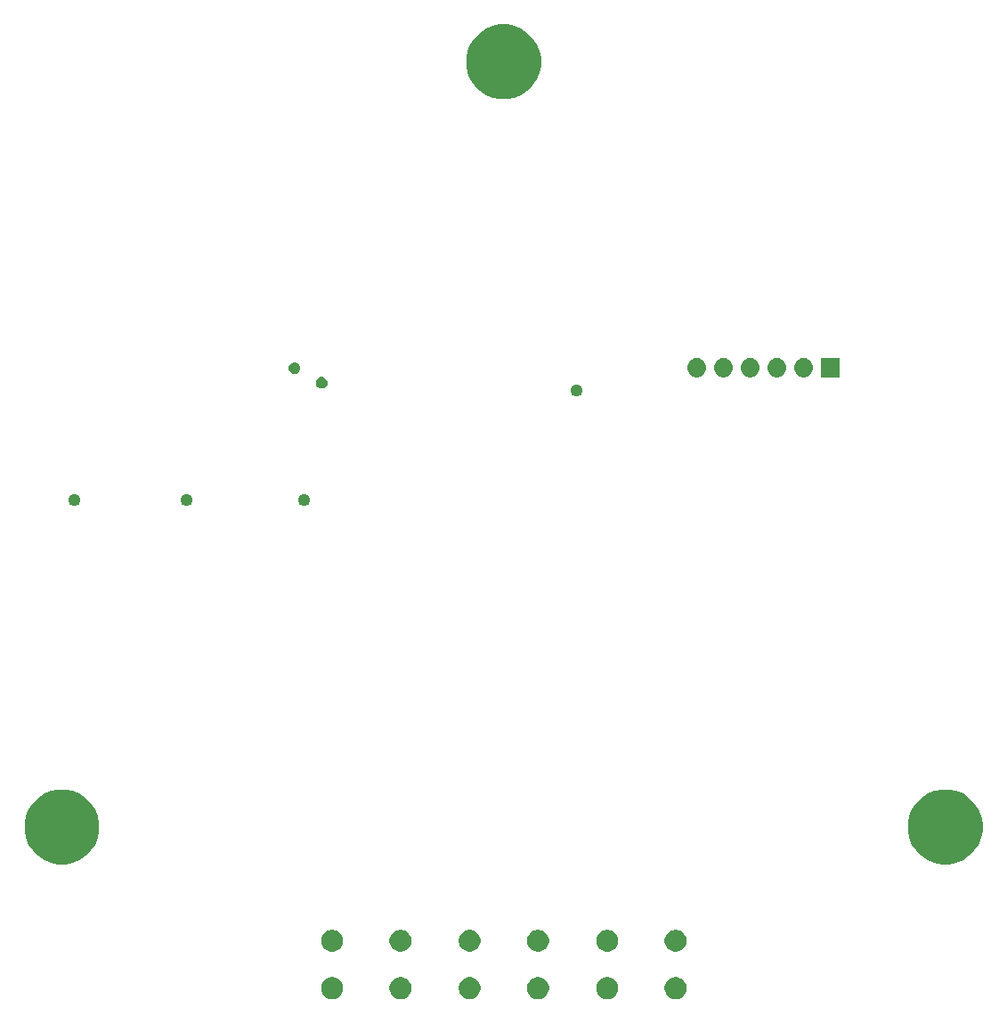
<source format=gbr>
G04 #@! TF.GenerationSoftware,KiCad,Pcbnew,(5.1.2-1)-1*
G04 #@! TF.CreationDate,2019-08-06T22:00:45+02:00*
G04 #@! TF.ProjectId,RGB-Controller#R,5247422d-436f-46e7-9472-6f6c6c657223,rev?*
G04 #@! TF.SameCoordinates,Original*
G04 #@! TF.FileFunction,Soldermask,Bot*
G04 #@! TF.FilePolarity,Negative*
%FSLAX46Y46*%
G04 Gerber Fmt 4.6, Leading zero omitted, Abs format (unit mm)*
G04 Created by KiCad (PCBNEW (5.1.2-1)-1) date 2019-08-06 22:00:45*
%MOMM*%
%LPD*%
G04 APERTURE LIST*
%ADD10C,0.100000*%
G04 APERTURE END LIST*
D10*
G36*
X164921564Y-138109389D02*
G01*
X165112833Y-138188615D01*
X165112835Y-138188616D01*
X165284973Y-138303635D01*
X165431365Y-138450027D01*
X165546385Y-138622167D01*
X165625611Y-138813436D01*
X165666000Y-139016484D01*
X165666000Y-139223516D01*
X165625611Y-139426564D01*
X165546385Y-139617833D01*
X165546384Y-139617835D01*
X165431365Y-139789973D01*
X165284973Y-139936365D01*
X165112835Y-140051384D01*
X165112834Y-140051385D01*
X165112833Y-140051385D01*
X164921564Y-140130611D01*
X164718516Y-140171000D01*
X164511484Y-140171000D01*
X164308436Y-140130611D01*
X164117167Y-140051385D01*
X164117166Y-140051385D01*
X164117165Y-140051384D01*
X163945027Y-139936365D01*
X163798635Y-139789973D01*
X163683616Y-139617835D01*
X163683615Y-139617833D01*
X163604389Y-139426564D01*
X163564000Y-139223516D01*
X163564000Y-139016484D01*
X163604389Y-138813436D01*
X163683615Y-138622167D01*
X163798635Y-138450027D01*
X163945027Y-138303635D01*
X164117165Y-138188616D01*
X164117167Y-138188615D01*
X164308436Y-138109389D01*
X164511484Y-138069000D01*
X164718516Y-138069000D01*
X164921564Y-138109389D01*
X164921564Y-138109389D01*
G37*
G36*
X158421564Y-138109389D02*
G01*
X158612833Y-138188615D01*
X158612835Y-138188616D01*
X158784973Y-138303635D01*
X158931365Y-138450027D01*
X159046385Y-138622167D01*
X159125611Y-138813436D01*
X159166000Y-139016484D01*
X159166000Y-139223516D01*
X159125611Y-139426564D01*
X159046385Y-139617833D01*
X159046384Y-139617835D01*
X158931365Y-139789973D01*
X158784973Y-139936365D01*
X158612835Y-140051384D01*
X158612834Y-140051385D01*
X158612833Y-140051385D01*
X158421564Y-140130611D01*
X158218516Y-140171000D01*
X158011484Y-140171000D01*
X157808436Y-140130611D01*
X157617167Y-140051385D01*
X157617166Y-140051385D01*
X157617165Y-140051384D01*
X157445027Y-139936365D01*
X157298635Y-139789973D01*
X157183616Y-139617835D01*
X157183615Y-139617833D01*
X157104389Y-139426564D01*
X157064000Y-139223516D01*
X157064000Y-139016484D01*
X157104389Y-138813436D01*
X157183615Y-138622167D01*
X157298635Y-138450027D01*
X157445027Y-138303635D01*
X157617165Y-138188616D01*
X157617167Y-138188615D01*
X157808436Y-138109389D01*
X158011484Y-138069000D01*
X158218516Y-138069000D01*
X158421564Y-138109389D01*
X158421564Y-138109389D01*
G37*
G36*
X151840564Y-138109389D02*
G01*
X152031833Y-138188615D01*
X152031835Y-138188616D01*
X152203973Y-138303635D01*
X152350365Y-138450027D01*
X152465385Y-138622167D01*
X152544611Y-138813436D01*
X152585000Y-139016484D01*
X152585000Y-139223516D01*
X152544611Y-139426564D01*
X152465385Y-139617833D01*
X152465384Y-139617835D01*
X152350365Y-139789973D01*
X152203973Y-139936365D01*
X152031835Y-140051384D01*
X152031834Y-140051385D01*
X152031833Y-140051385D01*
X151840564Y-140130611D01*
X151637516Y-140171000D01*
X151430484Y-140171000D01*
X151227436Y-140130611D01*
X151036167Y-140051385D01*
X151036166Y-140051385D01*
X151036165Y-140051384D01*
X150864027Y-139936365D01*
X150717635Y-139789973D01*
X150602616Y-139617835D01*
X150602615Y-139617833D01*
X150523389Y-139426564D01*
X150483000Y-139223516D01*
X150483000Y-139016484D01*
X150523389Y-138813436D01*
X150602615Y-138622167D01*
X150717635Y-138450027D01*
X150864027Y-138303635D01*
X151036165Y-138188616D01*
X151036167Y-138188615D01*
X151227436Y-138109389D01*
X151430484Y-138069000D01*
X151637516Y-138069000D01*
X151840564Y-138109389D01*
X151840564Y-138109389D01*
G37*
G36*
X145340564Y-138109389D02*
G01*
X145531833Y-138188615D01*
X145531835Y-138188616D01*
X145703973Y-138303635D01*
X145850365Y-138450027D01*
X145965385Y-138622167D01*
X146044611Y-138813436D01*
X146085000Y-139016484D01*
X146085000Y-139223516D01*
X146044611Y-139426564D01*
X145965385Y-139617833D01*
X145965384Y-139617835D01*
X145850365Y-139789973D01*
X145703973Y-139936365D01*
X145531835Y-140051384D01*
X145531834Y-140051385D01*
X145531833Y-140051385D01*
X145340564Y-140130611D01*
X145137516Y-140171000D01*
X144930484Y-140171000D01*
X144727436Y-140130611D01*
X144536167Y-140051385D01*
X144536166Y-140051385D01*
X144536165Y-140051384D01*
X144364027Y-139936365D01*
X144217635Y-139789973D01*
X144102616Y-139617835D01*
X144102615Y-139617833D01*
X144023389Y-139426564D01*
X143983000Y-139223516D01*
X143983000Y-139016484D01*
X144023389Y-138813436D01*
X144102615Y-138622167D01*
X144217635Y-138450027D01*
X144364027Y-138303635D01*
X144536165Y-138188616D01*
X144536167Y-138188615D01*
X144727436Y-138109389D01*
X144930484Y-138069000D01*
X145137516Y-138069000D01*
X145340564Y-138109389D01*
X145340564Y-138109389D01*
G37*
G36*
X138763564Y-138109389D02*
G01*
X138954833Y-138188615D01*
X138954835Y-138188616D01*
X139126973Y-138303635D01*
X139273365Y-138450027D01*
X139388385Y-138622167D01*
X139467611Y-138813436D01*
X139508000Y-139016484D01*
X139508000Y-139223516D01*
X139467611Y-139426564D01*
X139388385Y-139617833D01*
X139388384Y-139617835D01*
X139273365Y-139789973D01*
X139126973Y-139936365D01*
X138954835Y-140051384D01*
X138954834Y-140051385D01*
X138954833Y-140051385D01*
X138763564Y-140130611D01*
X138560516Y-140171000D01*
X138353484Y-140171000D01*
X138150436Y-140130611D01*
X137959167Y-140051385D01*
X137959166Y-140051385D01*
X137959165Y-140051384D01*
X137787027Y-139936365D01*
X137640635Y-139789973D01*
X137525616Y-139617835D01*
X137525615Y-139617833D01*
X137446389Y-139426564D01*
X137406000Y-139223516D01*
X137406000Y-139016484D01*
X137446389Y-138813436D01*
X137525615Y-138622167D01*
X137640635Y-138450027D01*
X137787027Y-138303635D01*
X137959165Y-138188616D01*
X137959167Y-138188615D01*
X138150436Y-138109389D01*
X138353484Y-138069000D01*
X138560516Y-138069000D01*
X138763564Y-138109389D01*
X138763564Y-138109389D01*
G37*
G36*
X132263564Y-138109389D02*
G01*
X132454833Y-138188615D01*
X132454835Y-138188616D01*
X132626973Y-138303635D01*
X132773365Y-138450027D01*
X132888385Y-138622167D01*
X132967611Y-138813436D01*
X133008000Y-139016484D01*
X133008000Y-139223516D01*
X132967611Y-139426564D01*
X132888385Y-139617833D01*
X132888384Y-139617835D01*
X132773365Y-139789973D01*
X132626973Y-139936365D01*
X132454835Y-140051384D01*
X132454834Y-140051385D01*
X132454833Y-140051385D01*
X132263564Y-140130611D01*
X132060516Y-140171000D01*
X131853484Y-140171000D01*
X131650436Y-140130611D01*
X131459167Y-140051385D01*
X131459166Y-140051385D01*
X131459165Y-140051384D01*
X131287027Y-139936365D01*
X131140635Y-139789973D01*
X131025616Y-139617835D01*
X131025615Y-139617833D01*
X130946389Y-139426564D01*
X130906000Y-139223516D01*
X130906000Y-139016484D01*
X130946389Y-138813436D01*
X131025615Y-138622167D01*
X131140635Y-138450027D01*
X131287027Y-138303635D01*
X131459165Y-138188616D01*
X131459167Y-138188615D01*
X131650436Y-138109389D01*
X131853484Y-138069000D01*
X132060516Y-138069000D01*
X132263564Y-138109389D01*
X132263564Y-138109389D01*
G37*
G36*
X164921564Y-133609389D02*
G01*
X165112833Y-133688615D01*
X165112835Y-133688616D01*
X165284973Y-133803635D01*
X165431365Y-133950027D01*
X165546385Y-134122167D01*
X165625611Y-134313436D01*
X165666000Y-134516484D01*
X165666000Y-134723516D01*
X165625611Y-134926564D01*
X165546385Y-135117833D01*
X165546384Y-135117835D01*
X165431365Y-135289973D01*
X165284973Y-135436365D01*
X165112835Y-135551384D01*
X165112834Y-135551385D01*
X165112833Y-135551385D01*
X164921564Y-135630611D01*
X164718516Y-135671000D01*
X164511484Y-135671000D01*
X164308436Y-135630611D01*
X164117167Y-135551385D01*
X164117166Y-135551385D01*
X164117165Y-135551384D01*
X163945027Y-135436365D01*
X163798635Y-135289973D01*
X163683616Y-135117835D01*
X163683615Y-135117833D01*
X163604389Y-134926564D01*
X163564000Y-134723516D01*
X163564000Y-134516484D01*
X163604389Y-134313436D01*
X163683615Y-134122167D01*
X163798635Y-133950027D01*
X163945027Y-133803635D01*
X164117165Y-133688616D01*
X164117167Y-133688615D01*
X164308436Y-133609389D01*
X164511484Y-133569000D01*
X164718516Y-133569000D01*
X164921564Y-133609389D01*
X164921564Y-133609389D01*
G37*
G36*
X158421564Y-133609389D02*
G01*
X158612833Y-133688615D01*
X158612835Y-133688616D01*
X158784973Y-133803635D01*
X158931365Y-133950027D01*
X159046385Y-134122167D01*
X159125611Y-134313436D01*
X159166000Y-134516484D01*
X159166000Y-134723516D01*
X159125611Y-134926564D01*
X159046385Y-135117833D01*
X159046384Y-135117835D01*
X158931365Y-135289973D01*
X158784973Y-135436365D01*
X158612835Y-135551384D01*
X158612834Y-135551385D01*
X158612833Y-135551385D01*
X158421564Y-135630611D01*
X158218516Y-135671000D01*
X158011484Y-135671000D01*
X157808436Y-135630611D01*
X157617167Y-135551385D01*
X157617166Y-135551385D01*
X157617165Y-135551384D01*
X157445027Y-135436365D01*
X157298635Y-135289973D01*
X157183616Y-135117835D01*
X157183615Y-135117833D01*
X157104389Y-134926564D01*
X157064000Y-134723516D01*
X157064000Y-134516484D01*
X157104389Y-134313436D01*
X157183615Y-134122167D01*
X157298635Y-133950027D01*
X157445027Y-133803635D01*
X157617165Y-133688616D01*
X157617167Y-133688615D01*
X157808436Y-133609389D01*
X158011484Y-133569000D01*
X158218516Y-133569000D01*
X158421564Y-133609389D01*
X158421564Y-133609389D01*
G37*
G36*
X151840564Y-133609389D02*
G01*
X152031833Y-133688615D01*
X152031835Y-133688616D01*
X152203973Y-133803635D01*
X152350365Y-133950027D01*
X152465385Y-134122167D01*
X152544611Y-134313436D01*
X152585000Y-134516484D01*
X152585000Y-134723516D01*
X152544611Y-134926564D01*
X152465385Y-135117833D01*
X152465384Y-135117835D01*
X152350365Y-135289973D01*
X152203973Y-135436365D01*
X152031835Y-135551384D01*
X152031834Y-135551385D01*
X152031833Y-135551385D01*
X151840564Y-135630611D01*
X151637516Y-135671000D01*
X151430484Y-135671000D01*
X151227436Y-135630611D01*
X151036167Y-135551385D01*
X151036166Y-135551385D01*
X151036165Y-135551384D01*
X150864027Y-135436365D01*
X150717635Y-135289973D01*
X150602616Y-135117835D01*
X150602615Y-135117833D01*
X150523389Y-134926564D01*
X150483000Y-134723516D01*
X150483000Y-134516484D01*
X150523389Y-134313436D01*
X150602615Y-134122167D01*
X150717635Y-133950027D01*
X150864027Y-133803635D01*
X151036165Y-133688616D01*
X151036167Y-133688615D01*
X151227436Y-133609389D01*
X151430484Y-133569000D01*
X151637516Y-133569000D01*
X151840564Y-133609389D01*
X151840564Y-133609389D01*
G37*
G36*
X145340564Y-133609389D02*
G01*
X145531833Y-133688615D01*
X145531835Y-133688616D01*
X145703973Y-133803635D01*
X145850365Y-133950027D01*
X145965385Y-134122167D01*
X146044611Y-134313436D01*
X146085000Y-134516484D01*
X146085000Y-134723516D01*
X146044611Y-134926564D01*
X145965385Y-135117833D01*
X145965384Y-135117835D01*
X145850365Y-135289973D01*
X145703973Y-135436365D01*
X145531835Y-135551384D01*
X145531834Y-135551385D01*
X145531833Y-135551385D01*
X145340564Y-135630611D01*
X145137516Y-135671000D01*
X144930484Y-135671000D01*
X144727436Y-135630611D01*
X144536167Y-135551385D01*
X144536166Y-135551385D01*
X144536165Y-135551384D01*
X144364027Y-135436365D01*
X144217635Y-135289973D01*
X144102616Y-135117835D01*
X144102615Y-135117833D01*
X144023389Y-134926564D01*
X143983000Y-134723516D01*
X143983000Y-134516484D01*
X144023389Y-134313436D01*
X144102615Y-134122167D01*
X144217635Y-133950027D01*
X144364027Y-133803635D01*
X144536165Y-133688616D01*
X144536167Y-133688615D01*
X144727436Y-133609389D01*
X144930484Y-133569000D01*
X145137516Y-133569000D01*
X145340564Y-133609389D01*
X145340564Y-133609389D01*
G37*
G36*
X138763564Y-133609389D02*
G01*
X138954833Y-133688615D01*
X138954835Y-133688616D01*
X139126973Y-133803635D01*
X139273365Y-133950027D01*
X139388385Y-134122167D01*
X139467611Y-134313436D01*
X139508000Y-134516484D01*
X139508000Y-134723516D01*
X139467611Y-134926564D01*
X139388385Y-135117833D01*
X139388384Y-135117835D01*
X139273365Y-135289973D01*
X139126973Y-135436365D01*
X138954835Y-135551384D01*
X138954834Y-135551385D01*
X138954833Y-135551385D01*
X138763564Y-135630611D01*
X138560516Y-135671000D01*
X138353484Y-135671000D01*
X138150436Y-135630611D01*
X137959167Y-135551385D01*
X137959166Y-135551385D01*
X137959165Y-135551384D01*
X137787027Y-135436365D01*
X137640635Y-135289973D01*
X137525616Y-135117835D01*
X137525615Y-135117833D01*
X137446389Y-134926564D01*
X137406000Y-134723516D01*
X137406000Y-134516484D01*
X137446389Y-134313436D01*
X137525615Y-134122167D01*
X137640635Y-133950027D01*
X137787027Y-133803635D01*
X137959165Y-133688616D01*
X137959167Y-133688615D01*
X138150436Y-133609389D01*
X138353484Y-133569000D01*
X138560516Y-133569000D01*
X138763564Y-133609389D01*
X138763564Y-133609389D01*
G37*
G36*
X132263564Y-133609389D02*
G01*
X132454833Y-133688615D01*
X132454835Y-133688616D01*
X132626973Y-133803635D01*
X132773365Y-133950027D01*
X132888385Y-134122167D01*
X132967611Y-134313436D01*
X133008000Y-134516484D01*
X133008000Y-134723516D01*
X132967611Y-134926564D01*
X132888385Y-135117833D01*
X132888384Y-135117835D01*
X132773365Y-135289973D01*
X132626973Y-135436365D01*
X132454835Y-135551384D01*
X132454834Y-135551385D01*
X132454833Y-135551385D01*
X132263564Y-135630611D01*
X132060516Y-135671000D01*
X131853484Y-135671000D01*
X131650436Y-135630611D01*
X131459167Y-135551385D01*
X131459166Y-135551385D01*
X131459165Y-135551384D01*
X131287027Y-135436365D01*
X131140635Y-135289973D01*
X131025616Y-135117835D01*
X131025615Y-135117833D01*
X130946389Y-134926564D01*
X130906000Y-134723516D01*
X130906000Y-134516484D01*
X130946389Y-134313436D01*
X131025615Y-134122167D01*
X131140635Y-133950027D01*
X131287027Y-133803635D01*
X131459165Y-133688616D01*
X131459167Y-133688615D01*
X131650436Y-133609389D01*
X131853484Y-133569000D01*
X132060516Y-133569000D01*
X132263564Y-133609389D01*
X132263564Y-133609389D01*
G37*
G36*
X107293554Y-120385462D02*
G01*
X107293557Y-120385463D01*
X107293556Y-120385463D01*
X107939796Y-120653144D01*
X108521398Y-121041758D01*
X109016009Y-121536369D01*
X109404623Y-122117971D01*
X109404623Y-122117972D01*
X109672305Y-122764213D01*
X109808767Y-123450256D01*
X109808767Y-124149744D01*
X109672305Y-124835787D01*
X109672304Y-124835789D01*
X109404623Y-125482029D01*
X109016009Y-126063631D01*
X108521398Y-126558242D01*
X107939796Y-126946856D01*
X107482835Y-127136135D01*
X107293554Y-127214538D01*
X106607511Y-127351000D01*
X105908023Y-127351000D01*
X105221980Y-127214538D01*
X105032699Y-127136135D01*
X104575738Y-126946856D01*
X103994136Y-126558242D01*
X103499525Y-126063631D01*
X103110911Y-125482029D01*
X102843230Y-124835789D01*
X102843229Y-124835787D01*
X102706767Y-124149744D01*
X102706767Y-123450256D01*
X102843229Y-122764213D01*
X103110911Y-122117972D01*
X103110911Y-122117971D01*
X103499525Y-121536369D01*
X103994136Y-121041758D01*
X104575738Y-120653144D01*
X105221978Y-120385463D01*
X105221977Y-120385463D01*
X105221980Y-120385462D01*
X105908023Y-120249000D01*
X106607511Y-120249000D01*
X107293554Y-120385462D01*
X107293554Y-120385462D01*
G37*
G36*
X191298019Y-120385462D02*
G01*
X191298022Y-120385463D01*
X191298021Y-120385463D01*
X191944261Y-120653144D01*
X192525863Y-121041758D01*
X193020474Y-121536369D01*
X193409088Y-122117971D01*
X193409088Y-122117972D01*
X193676770Y-122764213D01*
X193813232Y-123450256D01*
X193813232Y-124149744D01*
X193676770Y-124835787D01*
X193676769Y-124835789D01*
X193409088Y-125482029D01*
X193020474Y-126063631D01*
X192525863Y-126558242D01*
X191944261Y-126946856D01*
X191487300Y-127136135D01*
X191298019Y-127214538D01*
X190611976Y-127351000D01*
X189912488Y-127351000D01*
X189226445Y-127214538D01*
X189037164Y-127136135D01*
X188580203Y-126946856D01*
X187998601Y-126558242D01*
X187503990Y-126063631D01*
X187115376Y-125482029D01*
X186847695Y-124835789D01*
X186847694Y-124835787D01*
X186711232Y-124149744D01*
X186711232Y-123450256D01*
X186847694Y-122764213D01*
X187115376Y-122117972D01*
X187115376Y-122117971D01*
X187503990Y-121536369D01*
X187998601Y-121041758D01*
X188580203Y-120653144D01*
X189226443Y-120385463D01*
X189226442Y-120385463D01*
X189226445Y-120385462D01*
X189912488Y-120249000D01*
X190611976Y-120249000D01*
X191298019Y-120385462D01*
X191298019Y-120385462D01*
G37*
G36*
X118270721Y-92180174D02*
G01*
X118370995Y-92221709D01*
X118370996Y-92221710D01*
X118461242Y-92282010D01*
X118537990Y-92358758D01*
X118537991Y-92358760D01*
X118598291Y-92449005D01*
X118639826Y-92549279D01*
X118661000Y-92655730D01*
X118661000Y-92764270D01*
X118639826Y-92870721D01*
X118598291Y-92970995D01*
X118598290Y-92970996D01*
X118537990Y-93061242D01*
X118461242Y-93137990D01*
X118415812Y-93168345D01*
X118370995Y-93198291D01*
X118270721Y-93239826D01*
X118164270Y-93261000D01*
X118055730Y-93261000D01*
X117949279Y-93239826D01*
X117849005Y-93198291D01*
X117804188Y-93168345D01*
X117758758Y-93137990D01*
X117682010Y-93061242D01*
X117621710Y-92970996D01*
X117621709Y-92970995D01*
X117580174Y-92870721D01*
X117559000Y-92764270D01*
X117559000Y-92655730D01*
X117580174Y-92549279D01*
X117621709Y-92449005D01*
X117682009Y-92358760D01*
X117682010Y-92358758D01*
X117758758Y-92282010D01*
X117849004Y-92221710D01*
X117849005Y-92221709D01*
X117949279Y-92180174D01*
X118055730Y-92159000D01*
X118164270Y-92159000D01*
X118270721Y-92180174D01*
X118270721Y-92180174D01*
G37*
G36*
X129446721Y-92180174D02*
G01*
X129546995Y-92221709D01*
X129546996Y-92221710D01*
X129637242Y-92282010D01*
X129713990Y-92358758D01*
X129713991Y-92358760D01*
X129774291Y-92449005D01*
X129815826Y-92549279D01*
X129837000Y-92655730D01*
X129837000Y-92764270D01*
X129815826Y-92870721D01*
X129774291Y-92970995D01*
X129774290Y-92970996D01*
X129713990Y-93061242D01*
X129637242Y-93137990D01*
X129591812Y-93168345D01*
X129546995Y-93198291D01*
X129446721Y-93239826D01*
X129340270Y-93261000D01*
X129231730Y-93261000D01*
X129125279Y-93239826D01*
X129025005Y-93198291D01*
X128980188Y-93168345D01*
X128934758Y-93137990D01*
X128858010Y-93061242D01*
X128797710Y-92970996D01*
X128797709Y-92970995D01*
X128756174Y-92870721D01*
X128735000Y-92764270D01*
X128735000Y-92655730D01*
X128756174Y-92549279D01*
X128797709Y-92449005D01*
X128858009Y-92358760D01*
X128858010Y-92358758D01*
X128934758Y-92282010D01*
X129025004Y-92221710D01*
X129025005Y-92221709D01*
X129125279Y-92180174D01*
X129231730Y-92159000D01*
X129340270Y-92159000D01*
X129446721Y-92180174D01*
X129446721Y-92180174D01*
G37*
G36*
X107602721Y-92180174D02*
G01*
X107702995Y-92221709D01*
X107702996Y-92221710D01*
X107793242Y-92282010D01*
X107869990Y-92358758D01*
X107869991Y-92358760D01*
X107930291Y-92449005D01*
X107971826Y-92549279D01*
X107993000Y-92655730D01*
X107993000Y-92764270D01*
X107971826Y-92870721D01*
X107930291Y-92970995D01*
X107930290Y-92970996D01*
X107869990Y-93061242D01*
X107793242Y-93137990D01*
X107747812Y-93168345D01*
X107702995Y-93198291D01*
X107602721Y-93239826D01*
X107496270Y-93261000D01*
X107387730Y-93261000D01*
X107281279Y-93239826D01*
X107181005Y-93198291D01*
X107136188Y-93168345D01*
X107090758Y-93137990D01*
X107014010Y-93061242D01*
X106953710Y-92970996D01*
X106953709Y-92970995D01*
X106912174Y-92870721D01*
X106891000Y-92764270D01*
X106891000Y-92655730D01*
X106912174Y-92549279D01*
X106953709Y-92449005D01*
X107014009Y-92358760D01*
X107014010Y-92358758D01*
X107090758Y-92282010D01*
X107181004Y-92221710D01*
X107181005Y-92221709D01*
X107281279Y-92180174D01*
X107387730Y-92159000D01*
X107496270Y-92159000D01*
X107602721Y-92180174D01*
X107602721Y-92180174D01*
G37*
G36*
X155354721Y-81766174D02*
G01*
X155454995Y-81807709D01*
X155454996Y-81807710D01*
X155545242Y-81868010D01*
X155621990Y-81944758D01*
X155621991Y-81944760D01*
X155682291Y-82035005D01*
X155723826Y-82135279D01*
X155745000Y-82241730D01*
X155745000Y-82350270D01*
X155723826Y-82456721D01*
X155682291Y-82556995D01*
X155682290Y-82556996D01*
X155621990Y-82647242D01*
X155545242Y-82723990D01*
X155499812Y-82754345D01*
X155454995Y-82784291D01*
X155354721Y-82825826D01*
X155248270Y-82847000D01*
X155139730Y-82847000D01*
X155033279Y-82825826D01*
X154933005Y-82784291D01*
X154888188Y-82754345D01*
X154842758Y-82723990D01*
X154766010Y-82647242D01*
X154705710Y-82556996D01*
X154705709Y-82556995D01*
X154664174Y-82456721D01*
X154643000Y-82350270D01*
X154643000Y-82241730D01*
X154664174Y-82135279D01*
X154705709Y-82035005D01*
X154766009Y-81944760D01*
X154766010Y-81944758D01*
X154842758Y-81868010D01*
X154933004Y-81807710D01*
X154933005Y-81807709D01*
X155033279Y-81766174D01*
X155139730Y-81745000D01*
X155248270Y-81745000D01*
X155354721Y-81766174D01*
X155354721Y-81766174D01*
G37*
G36*
X131123121Y-81029574D02*
G01*
X131223395Y-81071109D01*
X131223396Y-81071110D01*
X131313642Y-81131410D01*
X131390390Y-81208158D01*
X131390391Y-81208160D01*
X131450691Y-81298405D01*
X131492226Y-81398679D01*
X131513400Y-81505130D01*
X131513400Y-81613670D01*
X131492226Y-81720121D01*
X131450691Y-81820395D01*
X131450690Y-81820396D01*
X131390390Y-81910642D01*
X131313642Y-81987390D01*
X131268212Y-82017745D01*
X131223395Y-82047691D01*
X131123121Y-82089226D01*
X131016670Y-82110400D01*
X130908130Y-82110400D01*
X130801679Y-82089226D01*
X130701405Y-82047691D01*
X130656588Y-82017745D01*
X130611158Y-81987390D01*
X130534410Y-81910642D01*
X130474110Y-81820396D01*
X130474109Y-81820395D01*
X130432574Y-81720121D01*
X130411400Y-81613670D01*
X130411400Y-81505130D01*
X130432574Y-81398679D01*
X130474109Y-81298405D01*
X130534409Y-81208160D01*
X130534410Y-81208158D01*
X130611158Y-81131410D01*
X130701404Y-81071110D01*
X130701405Y-81071109D01*
X130801679Y-81029574D01*
X130908130Y-81008400D01*
X131016670Y-81008400D01*
X131123121Y-81029574D01*
X131123121Y-81029574D01*
G37*
G36*
X180225000Y-81038000D02*
G01*
X178423000Y-81038000D01*
X178423000Y-79236000D01*
X180225000Y-79236000D01*
X180225000Y-81038000D01*
X180225000Y-81038000D01*
G37*
G36*
X176894442Y-79242518D02*
G01*
X176960627Y-79249037D01*
X177130466Y-79300557D01*
X177286991Y-79384222D01*
X177322729Y-79413552D01*
X177424186Y-79496814D01*
X177507448Y-79598271D01*
X177536778Y-79634009D01*
X177620443Y-79790534D01*
X177671963Y-79960373D01*
X177689359Y-80137000D01*
X177671963Y-80313627D01*
X177620443Y-80483466D01*
X177536778Y-80639991D01*
X177517575Y-80663390D01*
X177424186Y-80777186D01*
X177322729Y-80860448D01*
X177286991Y-80889778D01*
X177130466Y-80973443D01*
X176960627Y-81024963D01*
X176894443Y-81031481D01*
X176828260Y-81038000D01*
X176739740Y-81038000D01*
X176673557Y-81031481D01*
X176607373Y-81024963D01*
X176437534Y-80973443D01*
X176281009Y-80889778D01*
X176245271Y-80860448D01*
X176143814Y-80777186D01*
X176050425Y-80663390D01*
X176031222Y-80639991D01*
X175947557Y-80483466D01*
X175896037Y-80313627D01*
X175878641Y-80137000D01*
X175896037Y-79960373D01*
X175947557Y-79790534D01*
X176031222Y-79634009D01*
X176060552Y-79598271D01*
X176143814Y-79496814D01*
X176245271Y-79413552D01*
X176281009Y-79384222D01*
X176437534Y-79300557D01*
X176607373Y-79249037D01*
X176673558Y-79242518D01*
X176739740Y-79236000D01*
X176828260Y-79236000D01*
X176894442Y-79242518D01*
X176894442Y-79242518D01*
G37*
G36*
X174354442Y-79242518D02*
G01*
X174420627Y-79249037D01*
X174590466Y-79300557D01*
X174746991Y-79384222D01*
X174782729Y-79413552D01*
X174884186Y-79496814D01*
X174967448Y-79598271D01*
X174996778Y-79634009D01*
X175080443Y-79790534D01*
X175131963Y-79960373D01*
X175149359Y-80137000D01*
X175131963Y-80313627D01*
X175080443Y-80483466D01*
X174996778Y-80639991D01*
X174977575Y-80663390D01*
X174884186Y-80777186D01*
X174782729Y-80860448D01*
X174746991Y-80889778D01*
X174590466Y-80973443D01*
X174420627Y-81024963D01*
X174354443Y-81031481D01*
X174288260Y-81038000D01*
X174199740Y-81038000D01*
X174133557Y-81031481D01*
X174067373Y-81024963D01*
X173897534Y-80973443D01*
X173741009Y-80889778D01*
X173705271Y-80860448D01*
X173603814Y-80777186D01*
X173510425Y-80663390D01*
X173491222Y-80639991D01*
X173407557Y-80483466D01*
X173356037Y-80313627D01*
X173338641Y-80137000D01*
X173356037Y-79960373D01*
X173407557Y-79790534D01*
X173491222Y-79634009D01*
X173520552Y-79598271D01*
X173603814Y-79496814D01*
X173705271Y-79413552D01*
X173741009Y-79384222D01*
X173897534Y-79300557D01*
X174067373Y-79249037D01*
X174133558Y-79242518D01*
X174199740Y-79236000D01*
X174288260Y-79236000D01*
X174354442Y-79242518D01*
X174354442Y-79242518D01*
G37*
G36*
X171814442Y-79242518D02*
G01*
X171880627Y-79249037D01*
X172050466Y-79300557D01*
X172206991Y-79384222D01*
X172242729Y-79413552D01*
X172344186Y-79496814D01*
X172427448Y-79598271D01*
X172456778Y-79634009D01*
X172540443Y-79790534D01*
X172591963Y-79960373D01*
X172609359Y-80137000D01*
X172591963Y-80313627D01*
X172540443Y-80483466D01*
X172456778Y-80639991D01*
X172437575Y-80663390D01*
X172344186Y-80777186D01*
X172242729Y-80860448D01*
X172206991Y-80889778D01*
X172050466Y-80973443D01*
X171880627Y-81024963D01*
X171814443Y-81031481D01*
X171748260Y-81038000D01*
X171659740Y-81038000D01*
X171593557Y-81031481D01*
X171527373Y-81024963D01*
X171357534Y-80973443D01*
X171201009Y-80889778D01*
X171165271Y-80860448D01*
X171063814Y-80777186D01*
X170970425Y-80663390D01*
X170951222Y-80639991D01*
X170867557Y-80483466D01*
X170816037Y-80313627D01*
X170798641Y-80137000D01*
X170816037Y-79960373D01*
X170867557Y-79790534D01*
X170951222Y-79634009D01*
X170980552Y-79598271D01*
X171063814Y-79496814D01*
X171165271Y-79413552D01*
X171201009Y-79384222D01*
X171357534Y-79300557D01*
X171527373Y-79249037D01*
X171593558Y-79242518D01*
X171659740Y-79236000D01*
X171748260Y-79236000D01*
X171814442Y-79242518D01*
X171814442Y-79242518D01*
G37*
G36*
X169274442Y-79242518D02*
G01*
X169340627Y-79249037D01*
X169510466Y-79300557D01*
X169666991Y-79384222D01*
X169702729Y-79413552D01*
X169804186Y-79496814D01*
X169887448Y-79598271D01*
X169916778Y-79634009D01*
X170000443Y-79790534D01*
X170051963Y-79960373D01*
X170069359Y-80137000D01*
X170051963Y-80313627D01*
X170000443Y-80483466D01*
X169916778Y-80639991D01*
X169897575Y-80663390D01*
X169804186Y-80777186D01*
X169702729Y-80860448D01*
X169666991Y-80889778D01*
X169510466Y-80973443D01*
X169340627Y-81024963D01*
X169274443Y-81031481D01*
X169208260Y-81038000D01*
X169119740Y-81038000D01*
X169053557Y-81031481D01*
X168987373Y-81024963D01*
X168817534Y-80973443D01*
X168661009Y-80889778D01*
X168625271Y-80860448D01*
X168523814Y-80777186D01*
X168430425Y-80663390D01*
X168411222Y-80639991D01*
X168327557Y-80483466D01*
X168276037Y-80313627D01*
X168258641Y-80137000D01*
X168276037Y-79960373D01*
X168327557Y-79790534D01*
X168411222Y-79634009D01*
X168440552Y-79598271D01*
X168523814Y-79496814D01*
X168625271Y-79413552D01*
X168661009Y-79384222D01*
X168817534Y-79300557D01*
X168987373Y-79249037D01*
X169053558Y-79242518D01*
X169119740Y-79236000D01*
X169208260Y-79236000D01*
X169274442Y-79242518D01*
X169274442Y-79242518D01*
G37*
G36*
X166734442Y-79242518D02*
G01*
X166800627Y-79249037D01*
X166970466Y-79300557D01*
X167126991Y-79384222D01*
X167162729Y-79413552D01*
X167264186Y-79496814D01*
X167347448Y-79598271D01*
X167376778Y-79634009D01*
X167460443Y-79790534D01*
X167511963Y-79960373D01*
X167529359Y-80137000D01*
X167511963Y-80313627D01*
X167460443Y-80483466D01*
X167376778Y-80639991D01*
X167357575Y-80663390D01*
X167264186Y-80777186D01*
X167162729Y-80860448D01*
X167126991Y-80889778D01*
X166970466Y-80973443D01*
X166800627Y-81024963D01*
X166734443Y-81031481D01*
X166668260Y-81038000D01*
X166579740Y-81038000D01*
X166513557Y-81031481D01*
X166447373Y-81024963D01*
X166277534Y-80973443D01*
X166121009Y-80889778D01*
X166085271Y-80860448D01*
X165983814Y-80777186D01*
X165890425Y-80663390D01*
X165871222Y-80639991D01*
X165787557Y-80483466D01*
X165736037Y-80313627D01*
X165718641Y-80137000D01*
X165736037Y-79960373D01*
X165787557Y-79790534D01*
X165871222Y-79634009D01*
X165900552Y-79598271D01*
X165983814Y-79496814D01*
X166085271Y-79413552D01*
X166121009Y-79384222D01*
X166277534Y-79300557D01*
X166447373Y-79249037D01*
X166513558Y-79242518D01*
X166579740Y-79236000D01*
X166668260Y-79236000D01*
X166734442Y-79242518D01*
X166734442Y-79242518D01*
G37*
G36*
X128532321Y-79645274D02*
G01*
X128632595Y-79686809D01*
X128632596Y-79686810D01*
X128722842Y-79747110D01*
X128799590Y-79823858D01*
X128799591Y-79823860D01*
X128859891Y-79914105D01*
X128901426Y-80014379D01*
X128922600Y-80120830D01*
X128922600Y-80229370D01*
X128901426Y-80335821D01*
X128859891Y-80436095D01*
X128859890Y-80436096D01*
X128799590Y-80526342D01*
X128722842Y-80603090D01*
X128677412Y-80633445D01*
X128632595Y-80663391D01*
X128532321Y-80704926D01*
X128425870Y-80726100D01*
X128317330Y-80726100D01*
X128210879Y-80704926D01*
X128110605Y-80663391D01*
X128065788Y-80633445D01*
X128020358Y-80603090D01*
X127943610Y-80526342D01*
X127883310Y-80436096D01*
X127883309Y-80436095D01*
X127841774Y-80335821D01*
X127820600Y-80229370D01*
X127820600Y-80120830D01*
X127841774Y-80014379D01*
X127883309Y-79914105D01*
X127943609Y-79823860D01*
X127943610Y-79823858D01*
X128020358Y-79747110D01*
X128110604Y-79686810D01*
X128110605Y-79686809D01*
X128210879Y-79645274D01*
X128317330Y-79624100D01*
X128425870Y-79624100D01*
X128532321Y-79645274D01*
X128532321Y-79645274D01*
G37*
G36*
X149295787Y-47635462D02*
G01*
X149295790Y-47635463D01*
X149295789Y-47635463D01*
X149942029Y-47903144D01*
X150523631Y-48291758D01*
X151018242Y-48786369D01*
X151406856Y-49367971D01*
X151406856Y-49367972D01*
X151674538Y-50014213D01*
X151811000Y-50700256D01*
X151811000Y-51399744D01*
X151674538Y-52085787D01*
X151674537Y-52085789D01*
X151406856Y-52732029D01*
X151018242Y-53313631D01*
X150523631Y-53808242D01*
X149942029Y-54196856D01*
X149485068Y-54386135D01*
X149295787Y-54464538D01*
X148609744Y-54601000D01*
X147910256Y-54601000D01*
X147224213Y-54464538D01*
X147034932Y-54386135D01*
X146577971Y-54196856D01*
X145996369Y-53808242D01*
X145501758Y-53313631D01*
X145113144Y-52732029D01*
X144845463Y-52085789D01*
X144845462Y-52085787D01*
X144709000Y-51399744D01*
X144709000Y-50700256D01*
X144845462Y-50014213D01*
X145113144Y-49367972D01*
X145113144Y-49367971D01*
X145501758Y-48786369D01*
X145996369Y-48291758D01*
X146577971Y-47903144D01*
X147224211Y-47635463D01*
X147224210Y-47635463D01*
X147224213Y-47635462D01*
X147910256Y-47499000D01*
X148609744Y-47499000D01*
X149295787Y-47635462D01*
X149295787Y-47635462D01*
G37*
M02*

</source>
